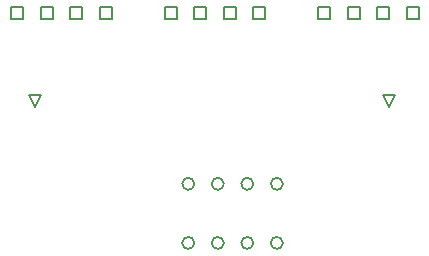
<source format=gbr>
%TF.GenerationSoftware,Altium Limited,Altium Designer,23.3.1 (30)*%
G04 Layer_Color=2752767*
%FSLAX45Y45*%
%MOMM*%
%TF.SameCoordinates,B976926E-EB95-44A8-8F59-24342913D157*%
%TF.FilePolarity,Positive*%
%TF.FileFunction,Drawing*%
%TF.Part,Single*%
G01*
G75*
%TA.AperFunction,NonConductor*%
%ADD24C,0.12700*%
%ADD25C,0.16933*%
D24*
X350000Y1449200D02*
X299200Y1550800D01*
X400800D01*
X350000Y1449200D01*
X3350000D02*
X3299200Y1550800D01*
X3400800D01*
X3350000Y1449200D01*
X3499199Y2199202D02*
Y2300802D01*
X3600799D01*
Y2199202D01*
X3499199D01*
X3249202D02*
Y2300802D01*
X3350802D01*
Y2199202D01*
X3249202D01*
X2999200D02*
Y2300802D01*
X3100800D01*
Y2199202D01*
X2999200D01*
X2749198D02*
Y2300802D01*
X2850798D01*
Y2199202D01*
X2749198D01*
X2199202D02*
Y2300802D01*
X2300802D01*
Y2199202D01*
X2199202D01*
X1949200D02*
Y2300802D01*
X2050800D01*
Y2199202D01*
X1949200D01*
X1699198D02*
Y2300802D01*
X1800798D01*
Y2199202D01*
X1699198D01*
X1449201D02*
Y2300802D01*
X1550801D01*
Y2199202D01*
X1449201D01*
X899199D02*
Y2300802D01*
X1000799D01*
Y2199202D01*
X899199D01*
X649202D02*
Y2300802D01*
X750802D01*
Y2199202D01*
X649202D01*
X399200D02*
Y2300802D01*
X500800D01*
Y2199202D01*
X399200D01*
X149198D02*
Y2300802D01*
X250798D01*
Y2199202D01*
X149198D01*
D25*
X2450799Y800002D02*
G03*
X2450799Y800002I-50800J0D01*
G01*
X2200802D02*
G03*
X2200802Y800002I-50800J0D01*
G01*
X1950800D02*
G03*
X1950800Y800002I-50800J0D01*
G01*
X1700798D02*
G03*
X1700798Y800002I-50800J0D01*
G01*
X2450799Y299998D02*
G03*
X2450799Y299998I-50800J0D01*
G01*
X2200802D02*
G03*
X2200802Y299998I-50800J0D01*
G01*
X1950800D02*
G03*
X1950800Y299998I-50800J0D01*
G01*
X1700798D02*
G03*
X1700798Y299998I-50800J0D01*
G01*
%TF.MD5,1420abde77e8efc63088e67363bc827c*%
M02*

</source>
